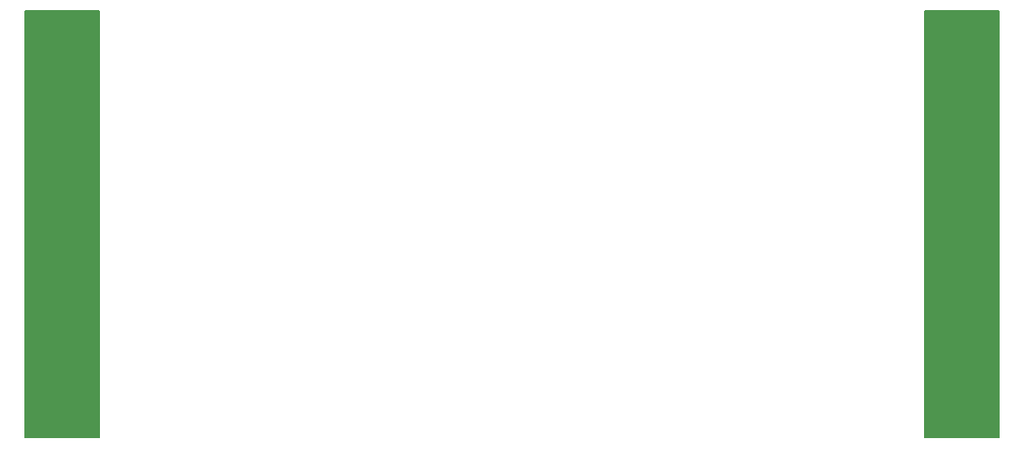
<source format=gbr>
%TF.GenerationSoftware,KiCad,Pcbnew,8.0.5*%
%TF.CreationDate,2024-11-23T18:11:23-05:00*%
%TF.ProjectId,kb-flat-jumper,6b622d66-6c61-4742-9d6a-756d7065722e,rev?*%
%TF.SameCoordinates,Original*%
%TF.FileFunction,Other,User*%
%FSLAX46Y46*%
G04 Gerber Fmt 4.6, Leading zero omitted, Abs format (unit mm)*
G04 Created by KiCad (PCBNEW 8.0.5) date 2024-11-23 18:11:23*
%MOMM*%
%LPD*%
G01*
G04 APERTURE LIST*
G04 APERTURE END LIST*
G36*
X109163039Y-50057685D02*
G01*
X109208794Y-50110489D01*
X109220000Y-50162000D01*
X109220000Y-93094000D01*
X109200315Y-93161039D01*
X109147511Y-93206794D01*
X109096000Y-93218000D01*
X101724000Y-93218000D01*
X101656961Y-93198315D01*
X101611206Y-93145511D01*
X101600000Y-93094000D01*
X101600000Y-50162000D01*
X101619685Y-50094961D01*
X101672489Y-50049206D01*
X101724000Y-50038000D01*
X109096000Y-50038000D01*
X109163039Y-50057685D01*
G37*
G36*
X199841039Y-50057685D02*
G01*
X199886794Y-50110489D01*
X199898000Y-50162000D01*
X199898000Y-93094000D01*
X199878315Y-93161039D01*
X199825511Y-93206794D01*
X199774000Y-93218000D01*
X192402000Y-93218000D01*
X192334961Y-93198315D01*
X192289206Y-93145511D01*
X192278000Y-93094000D01*
X192278000Y-50162000D01*
X192297685Y-50094961D01*
X192350489Y-50049206D01*
X192402000Y-50038000D01*
X199774000Y-50038000D01*
X199841039Y-50057685D01*
G37*
M02*

</source>
